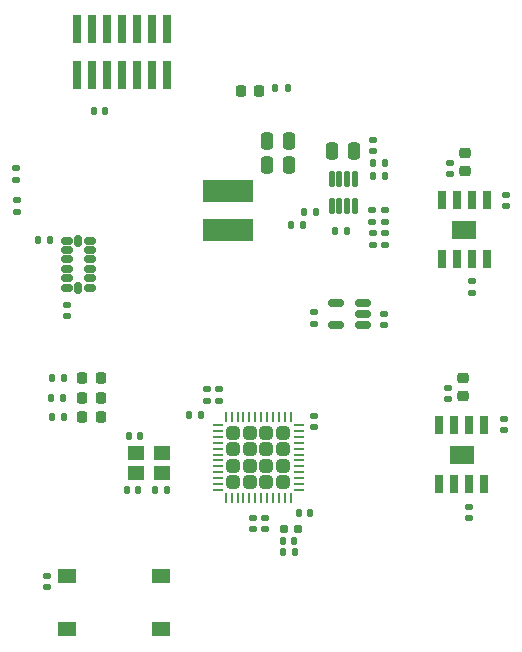
<source format=gbr>
%TF.GenerationSoftware,KiCad,Pcbnew,8.0.5*%
%TF.CreationDate,2024-10-08T13:01:26+02:00*%
%TF.ProjectId,ESE_AL8,4553455f-414c-4382-9e6b-696361645f70,rev?*%
%TF.SameCoordinates,Original*%
%TF.FileFunction,Paste,Top*%
%TF.FilePolarity,Positive*%
%FSLAX46Y46*%
G04 Gerber Fmt 4.6, Leading zero omitted, Abs format (unit mm)*
G04 Created by KiCad (PCBNEW 8.0.5) date 2024-10-08 13:01:26*
%MOMM*%
%LPD*%
G01*
G04 APERTURE LIST*
G04 Aperture macros list*
%AMRoundRect*
0 Rectangle with rounded corners*
0 $1 Rounding radius*
0 $2 $3 $4 $5 $6 $7 $8 $9 X,Y pos of 4 corners*
0 Add a 4 corners polygon primitive as box body*
4,1,4,$2,$3,$4,$5,$6,$7,$8,$9,$2,$3,0*
0 Add four circle primitives for the rounded corners*
1,1,$1+$1,$2,$3*
1,1,$1+$1,$4,$5*
1,1,$1+$1,$6,$7*
1,1,$1+$1,$8,$9*
0 Add four rect primitives between the rounded corners*
20,1,$1+$1,$2,$3,$4,$5,0*
20,1,$1+$1,$4,$5,$6,$7,0*
20,1,$1+$1,$6,$7,$8,$9,0*
20,1,$1+$1,$8,$9,$2,$3,0*%
G04 Aperture macros list end*
%ADD10RoundRect,0.218750X-0.218750X-0.256250X0.218750X-0.256250X0.218750X0.256250X-0.218750X0.256250X0*%
%ADD11R,1.400000X1.200000*%
%ADD12RoundRect,0.125000X-0.125000X0.537500X-0.125000X-0.537500X0.125000X-0.537500X0.125000X0.537500X0*%
%ADD13R,4.191000X1.841500*%
%ADD14R,1.550000X1.300000*%
%ADD15RoundRect,0.140000X-0.140000X-0.170000X0.140000X-0.170000X0.140000X0.170000X-0.140000X0.170000X0*%
%ADD16RoundRect,0.135000X-0.135000X-0.185000X0.135000X-0.185000X0.135000X0.185000X-0.135000X0.185000X0*%
%ADD17RoundRect,0.150000X0.512500X0.150000X-0.512500X0.150000X-0.512500X-0.150000X0.512500X-0.150000X0*%
%ADD18RoundRect,0.140000X0.140000X0.170000X-0.140000X0.170000X-0.140000X-0.170000X0.140000X-0.170000X0*%
%ADD19RoundRect,0.140000X-0.170000X0.140000X-0.170000X-0.140000X0.170000X-0.140000X0.170000X0.140000X0*%
%ADD20RoundRect,0.135000X0.135000X0.185000X-0.135000X0.185000X-0.135000X-0.185000X0.135000X-0.185000X0*%
%ADD21RoundRect,0.135000X-0.185000X0.135000X-0.185000X-0.135000X0.185000X-0.135000X0.185000X0.135000X0*%
%ADD22RoundRect,0.140000X0.170000X-0.140000X0.170000X0.140000X-0.170000X0.140000X-0.170000X-0.140000X0*%
%ADD23RoundRect,0.218750X0.218750X0.256250X-0.218750X0.256250X-0.218750X-0.256250X0.218750X-0.256250X0*%
%ADD24RoundRect,0.250000X-0.250000X-0.475000X0.250000X-0.475000X0.250000X0.475000X-0.250000X0.475000X0*%
%ADD25RoundRect,0.150000X-0.325000X-0.150000X0.325000X-0.150000X0.325000X0.150000X-0.325000X0.150000X0*%
%ADD26RoundRect,0.150000X-0.150000X-0.325000X0.150000X-0.325000X0.150000X0.325000X-0.150000X0.325000X0*%
%ADD27RoundRect,0.225000X0.250000X-0.225000X0.250000X0.225000X-0.250000X0.225000X-0.250000X-0.225000X0*%
%ADD28R,0.802000X1.505000*%
%ADD29R,2.101200X1.567800*%
%ADD30RoundRect,0.155000X-0.212500X-0.155000X0.212500X-0.155000X0.212500X0.155000X-0.212500X0.155000X0*%
%ADD31RoundRect,0.225000X-0.250000X0.225000X-0.250000X-0.225000X0.250000X-0.225000X0.250000X0.225000X0*%
%ADD32RoundRect,0.250000X0.250000X0.475000X-0.250000X0.475000X-0.250000X-0.475000X0.250000X-0.475000X0*%
%ADD33RoundRect,0.135000X0.185000X-0.135000X0.185000X0.135000X-0.185000X0.135000X-0.185000X-0.135000X0*%
%ADD34R,0.740000X2.400000*%
%ADD35RoundRect,0.250000X-0.315000X-0.315000X0.315000X-0.315000X0.315000X0.315000X-0.315000X0.315000X0*%
%ADD36RoundRect,0.062500X-0.375000X-0.062500X0.375000X-0.062500X0.375000X0.062500X-0.375000X0.062500X0*%
%ADD37RoundRect,0.062500X-0.062500X-0.375000X0.062500X-0.375000X0.062500X0.375000X-0.062500X0.375000X0*%
G04 APERTURE END LIST*
D10*
%TO.C,D3*%
X141470000Y-101480000D03*
X143045000Y-101480000D03*
%TD*%
D11*
%TO.C,Y1*%
X148207500Y-106160000D03*
X146007500Y-106160000D03*
X146007500Y-107860000D03*
X148207500Y-107860000D03*
%TD*%
D12*
%TO.C,IC1*%
X164550000Y-83000000D03*
X163900000Y-83000000D03*
X163250000Y-83000000D03*
X162600000Y-83000000D03*
X162600000Y-85275000D03*
X163250000Y-85275000D03*
X163900000Y-85275000D03*
X164550000Y-85275000D03*
%TD*%
D13*
%TO.C,L1*%
X153770000Y-87312750D03*
X153770000Y-83947250D03*
%TD*%
D14*
%TO.C,SW1*%
X140200000Y-116540000D03*
X148150000Y-116540000D03*
X140200000Y-121040000D03*
X148150000Y-121040000D03*
%TD*%
D15*
%TO.C,C12*%
X145390000Y-104740000D03*
X146350000Y-104740000D03*
%TD*%
D16*
%TO.C,R10*%
X147600000Y-109260000D03*
X148620000Y-109260000D03*
%TD*%
D17*
%TO.C,U2*%
X165217500Y-95337500D03*
X165217500Y-94387500D03*
X165217500Y-93437500D03*
X162942500Y-93437500D03*
X162942500Y-95337500D03*
%TD*%
D18*
%TO.C,C14*%
X151500000Y-102977500D03*
X150540000Y-102977500D03*
%TD*%
D10*
%TO.C,D2*%
X141470000Y-99790000D03*
X143045000Y-99790000D03*
%TD*%
D18*
%TO.C,C2*%
X138720000Y-88090000D03*
X137760000Y-88090000D03*
%TD*%
%TO.C,C5*%
X163850000Y-87330000D03*
X162890000Y-87330000D03*
%TD*%
D19*
%TO.C,C15*%
X155960000Y-111660000D03*
X155960000Y-112620000D03*
%TD*%
D20*
%TO.C,R13*%
X139945000Y-103110000D03*
X138925000Y-103110000D03*
%TD*%
D21*
%TO.C,R1*%
X135880000Y-82002500D03*
X135880000Y-83022500D03*
%TD*%
D16*
%TO.C,R4*%
X166100000Y-81640000D03*
X167120000Y-81640000D03*
%TD*%
D22*
%TO.C,C21*%
X161070000Y-103980000D03*
X161070000Y-103020000D03*
%TD*%
D20*
%TO.C,R12*%
X139855000Y-101540000D03*
X138835000Y-101540000D03*
%TD*%
D23*
%TO.C,D1*%
X156450000Y-75510000D03*
X154875000Y-75510000D03*
%TD*%
D24*
%TO.C,C9*%
X157087500Y-81787500D03*
X158987500Y-81787500D03*
%TD*%
D15*
%TO.C,C20*%
X142460000Y-77220000D03*
X143420000Y-77220000D03*
%TD*%
D20*
%TO.C,R6*%
X161270000Y-85710000D03*
X160250000Y-85710000D03*
%TD*%
D19*
%TO.C,C7*%
X167090000Y-87570000D03*
X167090000Y-88530000D03*
%TD*%
%TO.C,C201*%
X138470000Y-116540000D03*
X138470000Y-117500000D03*
%TD*%
D24*
%TO.C,C8*%
X157087500Y-79737500D03*
X158987500Y-79737500D03*
%TD*%
D25*
%TO.C,U1*%
X140150000Y-88170000D03*
X140150000Y-88970000D03*
X140150000Y-89770000D03*
X140150000Y-90570000D03*
X140150000Y-91370000D03*
X140150000Y-92170000D03*
D26*
X141150000Y-92170000D03*
D25*
X142150000Y-92170000D03*
X142150000Y-91370000D03*
X142150000Y-90570000D03*
X142150000Y-89770000D03*
X142150000Y-88970000D03*
X142150000Y-88170000D03*
D26*
X141150000Y-88170000D03*
%TD*%
D27*
%TO.C,C28*%
X173680000Y-101320000D03*
X173680000Y-99770000D03*
%TD*%
D28*
%TO.C,U4*%
X175517500Y-103822500D03*
X174247500Y-103822500D03*
X172977500Y-103822500D03*
X171707500Y-103822500D03*
X171707500Y-108817500D03*
X172977500Y-108817500D03*
X174247500Y-108817500D03*
X175517500Y-108817500D03*
D29*
X173612500Y-106320000D03*
%TD*%
D18*
%TO.C,C16*%
X146225000Y-109260000D03*
X145265000Y-109260000D03*
%TD*%
D21*
%TO.C,R7*%
X165995000Y-85597500D03*
X165995000Y-86617500D03*
%TD*%
D16*
%TO.C,R3*%
X157830000Y-75290000D03*
X158850000Y-75290000D03*
%TD*%
D30*
%TO.C,L2*%
X158575000Y-112580000D03*
X159710000Y-112580000D03*
%TD*%
D15*
%TO.C,C18*%
X158500000Y-114580000D03*
X159460000Y-114580000D03*
%TD*%
D22*
%TO.C,C29*%
X172400000Y-101610000D03*
X172400000Y-100650000D03*
%TD*%
D31*
%TO.C,C30*%
X173880000Y-80730000D03*
X173880000Y-82280000D03*
%TD*%
D32*
%TO.C,C3*%
X164510000Y-80570000D03*
X162610000Y-80570000D03*
%TD*%
D22*
%TO.C,C11*%
X161100000Y-95220000D03*
X161100000Y-94260000D03*
%TD*%
D19*
%TO.C,C24*%
X174250000Y-110700000D03*
X174250000Y-111660000D03*
%TD*%
%TO.C,C31*%
X172600000Y-81590000D03*
X172600000Y-82550000D03*
%TD*%
D15*
%TO.C,C19*%
X159810000Y-111220000D03*
X160770000Y-111220000D03*
%TD*%
D28*
%TO.C,U5*%
X175730000Y-84775000D03*
X174460000Y-84775000D03*
X173190000Y-84775000D03*
X171920000Y-84775000D03*
X171920000Y-89770000D03*
X173190000Y-89770000D03*
X174460000Y-89770000D03*
X175730000Y-89770000D03*
D29*
X173825000Y-87272500D03*
%TD*%
D22*
%TO.C,C4*%
X166080000Y-80610000D03*
X166080000Y-79650000D03*
%TD*%
%TO.C,C25*%
X177140000Y-104250000D03*
X177140000Y-103290000D03*
%TD*%
D10*
%TO.C,D4*%
X141490000Y-103110000D03*
X143065000Y-103110000D03*
%TD*%
D22*
%TO.C,C27*%
X177330000Y-85250000D03*
X177330000Y-84290000D03*
%TD*%
%TO.C,C13*%
X152020000Y-101737500D03*
X152020000Y-100777500D03*
%TD*%
D33*
%TO.C,R2*%
X135920000Y-84730000D03*
X135920000Y-85750000D03*
%TD*%
D20*
%TO.C,R5*%
X167090000Y-82700000D03*
X166070000Y-82700000D03*
%TD*%
D19*
%TO.C,C23*%
X156960000Y-111640000D03*
X156960000Y-112600000D03*
%TD*%
D33*
%TO.C,R8*%
X167065000Y-86630000D03*
X167065000Y-85610000D03*
%TD*%
D34*
%TO.C,J7*%
X148620000Y-70290000D03*
X148620000Y-74190000D03*
X147350000Y-70290000D03*
X147350000Y-74190000D03*
X146080000Y-70290000D03*
X146080000Y-74190000D03*
X144810000Y-70290000D03*
X144810000Y-74190000D03*
X143540000Y-70290000D03*
X143540000Y-74190000D03*
X142270000Y-70290000D03*
X142270000Y-74190000D03*
X141000000Y-70290000D03*
X141000000Y-74190000D03*
%TD*%
D20*
%TO.C,R11*%
X139925000Y-99810000D03*
X138905000Y-99810000D03*
%TD*%
D19*
%TO.C,C26*%
X174500000Y-91620000D03*
X174500000Y-92580000D03*
%TD*%
%TO.C,C1*%
X140160000Y-93592500D03*
X140160000Y-94552500D03*
%TD*%
D22*
%TO.C,C17*%
X153020000Y-101737500D03*
X153020000Y-100777500D03*
%TD*%
%TO.C,C10*%
X167020000Y-95360000D03*
X167020000Y-94400000D03*
%TD*%
D35*
%TO.C,U3*%
X154270000Y-104440000D03*
X154270000Y-105840000D03*
X154270000Y-107240000D03*
X154270000Y-108640000D03*
X155670000Y-104440000D03*
X155670000Y-105840000D03*
X155670000Y-107240000D03*
X155670000Y-108640000D03*
X157070000Y-104440000D03*
X157070000Y-105840000D03*
X157070000Y-107240000D03*
X157070000Y-108640000D03*
X158470000Y-104440000D03*
X158470000Y-105840000D03*
X158470000Y-107240000D03*
X158470000Y-108640000D03*
D36*
X152932500Y-103790000D03*
X152932500Y-104290000D03*
X152932500Y-104790000D03*
X152932500Y-105290000D03*
X152932500Y-105790000D03*
X152932500Y-106290000D03*
X152932500Y-106790000D03*
X152932500Y-107290000D03*
X152932500Y-107790000D03*
X152932500Y-108290000D03*
X152932500Y-108790000D03*
X152932500Y-109290000D03*
D37*
X153620000Y-109977500D03*
X154120000Y-109977500D03*
X154620000Y-109977500D03*
X155120000Y-109977500D03*
X155620000Y-109977500D03*
X156120000Y-109977500D03*
X156620000Y-109977500D03*
X157120000Y-109977500D03*
X157620000Y-109977500D03*
X158120000Y-109977500D03*
X158620000Y-109977500D03*
X159120000Y-109977500D03*
D36*
X159807500Y-109290000D03*
X159807500Y-108790000D03*
X159807500Y-108290000D03*
X159807500Y-107790000D03*
X159807500Y-107290000D03*
X159807500Y-106790000D03*
X159807500Y-106290000D03*
X159807500Y-105790000D03*
X159807500Y-105290000D03*
X159807500Y-104790000D03*
X159807500Y-104290000D03*
X159807500Y-103790000D03*
D37*
X159120000Y-103102500D03*
X158620000Y-103102500D03*
X158120000Y-103102500D03*
X157620000Y-103102500D03*
X157120000Y-103102500D03*
X156620000Y-103102500D03*
X156120000Y-103102500D03*
X155620000Y-103102500D03*
X155120000Y-103102500D03*
X154620000Y-103102500D03*
X154120000Y-103102500D03*
X153620000Y-103102500D03*
%TD*%
D18*
%TO.C,C6*%
X160130000Y-86820000D03*
X159170000Y-86820000D03*
%TD*%
D15*
%TO.C,C22*%
X158480000Y-113580000D03*
X159440000Y-113580000D03*
%TD*%
D21*
%TO.C,R9*%
X166050000Y-87530000D03*
X166050000Y-88550000D03*
%TD*%
M02*

</source>
